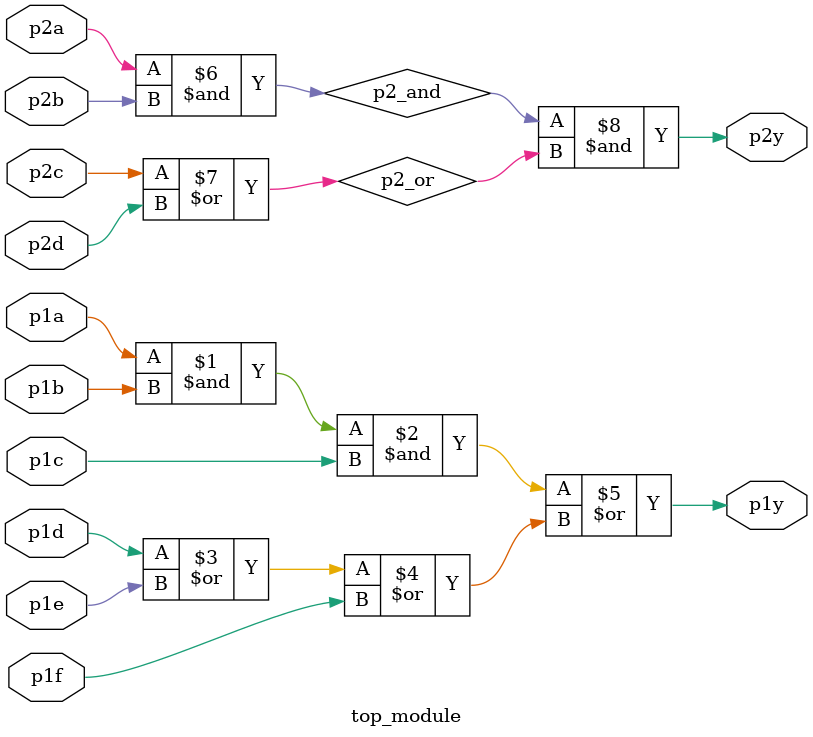
<source format=sv>
module top_module(
    input p1a, 
    input p1b, 
    input p1c, 
    input p1d,
    input p1e,
    input p1f,
    output p1y, 
    input p2a, 
    input p2b, 
    input p2c, 
    input p2d, 
    output p2y
);

    // Compute p1y
    assign p1y = (p1a & p1b & p1c) | (p1d | p1e | p1f);

    // Compute p2y
    wire p2_and = p2a & p2b;
    wire p2_or = p2c | p2d;
    assign p2y = p2_and & p2_or;

endmodule

</source>
